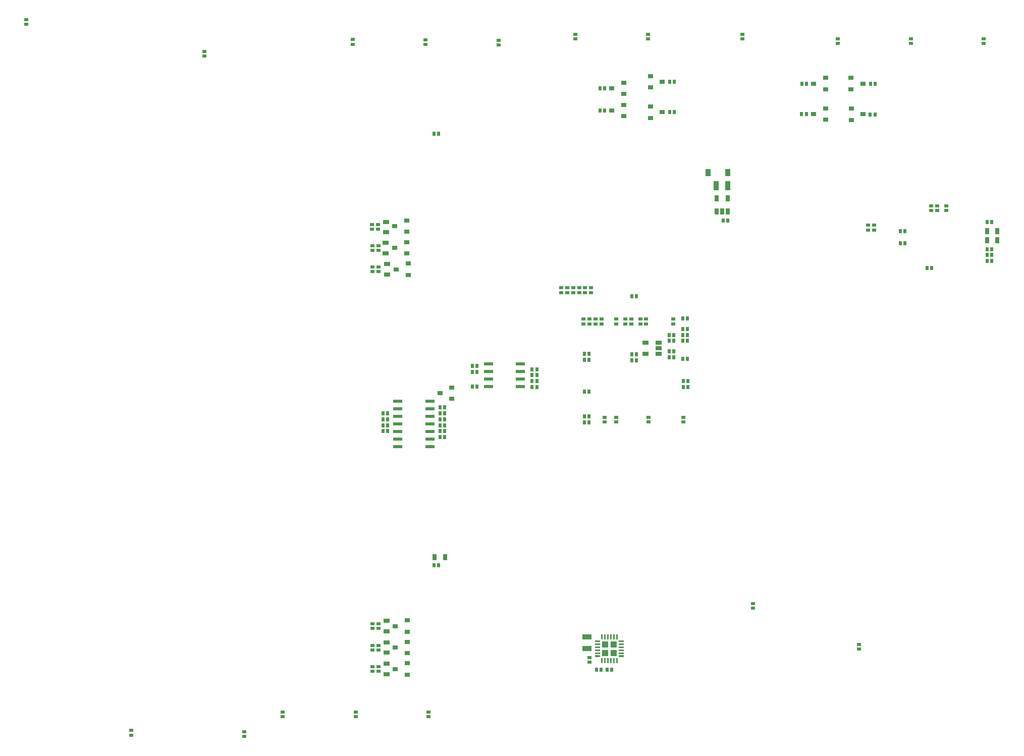
<source format=gbp>
G04 #@! TF.GenerationSoftware,KiCad,Pcbnew,(5.0.1-53-g1ecfe45ab)*
G04 #@! TF.CreationDate,2019-03-07T10:28:32+01:00*
G04 #@! TF.ProjectId,motordriver-2x,6d6f746f-7264-4726-9976-65722d32782e,Rev A*
G04 #@! TF.SameCoordinates,Original*
G04 #@! TF.FileFunction,Paste,Bot*
G04 #@! TF.FilePolarity,Positive*
%FSLAX46Y46*%
G04 Gerber Fmt 4.6, Leading zero omitted, Abs format (unit mm)*
G04 Created by KiCad (PCBNEW (5.0.1-53-g1ecfe45ab)) date Thu 07 Mar 2019 10:28:32 AM CET*
%MOMM*%
%LPD*%
G01*
G04 APERTURE LIST*
%ADD10R,1.100000X1.100000*%
%ADD11C,0.280000*%
%ADD12C,0.050000*%
%ADD13R,0.650000X0.575000*%
%ADD14R,0.575000X0.650000*%
%ADD15R,1.500000X0.970000*%
%ADD16R,0.900000X1.200000*%
%ADD17R,0.670000X1.000000*%
%ADD18R,1.000000X0.670000*%
%ADD19R,0.970000X1.500000*%
%ADD20R,1.500000X0.600000*%
%ADD21R,1.550000X0.600000*%
%ADD22R,0.900000X0.800000*%
%ADD23R,1.060000X0.650000*%
%ADD24R,0.650000X1.060000*%
G04 APERTURE END LIST*
D10*
G04 #@! TO.C,U21*
X160624247Y-133688323D03*
X162024247Y-133688323D03*
X162024247Y-135088323D03*
X160624247Y-135088323D03*
D11*
X159634247Y-135638323D03*
D12*
G36*
X159634247Y-135498323D02*
X159634247Y-135498492D01*
X159641116Y-135498492D01*
X159654789Y-135499838D01*
X159668264Y-135502519D01*
X159681412Y-135506507D01*
X159694105Y-135511764D01*
X159706221Y-135518241D01*
X159717645Y-135525874D01*
X159728265Y-135534590D01*
X159737980Y-135544305D01*
X159746696Y-135554925D01*
X159754329Y-135566349D01*
X159760806Y-135578465D01*
X159766063Y-135591158D01*
X159770051Y-135604306D01*
X159772732Y-135617781D01*
X159774078Y-135631454D01*
X159774078Y-135645192D01*
X159772732Y-135658865D01*
X159770051Y-135672340D01*
X159766063Y-135685488D01*
X159760806Y-135698181D01*
X159754329Y-135710297D01*
X159746696Y-135721721D01*
X159737980Y-135732341D01*
X159728265Y-135742056D01*
X159717645Y-135750772D01*
X159706221Y-135758405D01*
X159694105Y-135764882D01*
X159681412Y-135770139D01*
X159668264Y-135774127D01*
X159654789Y-135776808D01*
X159641116Y-135778154D01*
X159634247Y-135778154D01*
X159634247Y-135778323D01*
X158924247Y-135778323D01*
X158924247Y-135498323D01*
X159634247Y-135498323D01*
X159634247Y-135498323D01*
G37*
D11*
X159634247Y-135138323D03*
D12*
G36*
X159634247Y-134998323D02*
X159634247Y-134998492D01*
X159641116Y-134998492D01*
X159654789Y-134999838D01*
X159668264Y-135002519D01*
X159681412Y-135006507D01*
X159694105Y-135011764D01*
X159706221Y-135018241D01*
X159717645Y-135025874D01*
X159728265Y-135034590D01*
X159737980Y-135044305D01*
X159746696Y-135054925D01*
X159754329Y-135066349D01*
X159760806Y-135078465D01*
X159766063Y-135091158D01*
X159770051Y-135104306D01*
X159772732Y-135117781D01*
X159774078Y-135131454D01*
X159774078Y-135145192D01*
X159772732Y-135158865D01*
X159770051Y-135172340D01*
X159766063Y-135185488D01*
X159760806Y-135198181D01*
X159754329Y-135210297D01*
X159746696Y-135221721D01*
X159737980Y-135232341D01*
X159728265Y-135242056D01*
X159717645Y-135250772D01*
X159706221Y-135258405D01*
X159694105Y-135264882D01*
X159681412Y-135270139D01*
X159668264Y-135274127D01*
X159654789Y-135276808D01*
X159641116Y-135278154D01*
X159634247Y-135278154D01*
X159634247Y-135278323D01*
X158924247Y-135278323D01*
X158924247Y-134998323D01*
X159634247Y-134998323D01*
X159634247Y-134998323D01*
G37*
D11*
X159634247Y-134638323D03*
D12*
G36*
X159634247Y-134498323D02*
X159634247Y-134498492D01*
X159641116Y-134498492D01*
X159654789Y-134499838D01*
X159668264Y-134502519D01*
X159681412Y-134506507D01*
X159694105Y-134511764D01*
X159706221Y-134518241D01*
X159717645Y-134525874D01*
X159728265Y-134534590D01*
X159737980Y-134544305D01*
X159746696Y-134554925D01*
X159754329Y-134566349D01*
X159760806Y-134578465D01*
X159766063Y-134591158D01*
X159770051Y-134604306D01*
X159772732Y-134617781D01*
X159774078Y-134631454D01*
X159774078Y-134645192D01*
X159772732Y-134658865D01*
X159770051Y-134672340D01*
X159766063Y-134685488D01*
X159760806Y-134698181D01*
X159754329Y-134710297D01*
X159746696Y-134721721D01*
X159737980Y-134732341D01*
X159728265Y-134742056D01*
X159717645Y-134750772D01*
X159706221Y-134758405D01*
X159694105Y-134764882D01*
X159681412Y-134770139D01*
X159668264Y-134774127D01*
X159654789Y-134776808D01*
X159641116Y-134778154D01*
X159634247Y-134778154D01*
X159634247Y-134778323D01*
X158924247Y-134778323D01*
X158924247Y-134498323D01*
X159634247Y-134498323D01*
X159634247Y-134498323D01*
G37*
D11*
X159634247Y-134138323D03*
D12*
G36*
X159634247Y-133998323D02*
X159634247Y-133998492D01*
X159641116Y-133998492D01*
X159654789Y-133999838D01*
X159668264Y-134002519D01*
X159681412Y-134006507D01*
X159694105Y-134011764D01*
X159706221Y-134018241D01*
X159717645Y-134025874D01*
X159728265Y-134034590D01*
X159737980Y-134044305D01*
X159746696Y-134054925D01*
X159754329Y-134066349D01*
X159760806Y-134078465D01*
X159766063Y-134091158D01*
X159770051Y-134104306D01*
X159772732Y-134117781D01*
X159774078Y-134131454D01*
X159774078Y-134145192D01*
X159772732Y-134158865D01*
X159770051Y-134172340D01*
X159766063Y-134185488D01*
X159760806Y-134198181D01*
X159754329Y-134210297D01*
X159746696Y-134221721D01*
X159737980Y-134232341D01*
X159728265Y-134242056D01*
X159717645Y-134250772D01*
X159706221Y-134258405D01*
X159694105Y-134264882D01*
X159681412Y-134270139D01*
X159668264Y-134274127D01*
X159654789Y-134276808D01*
X159641116Y-134278154D01*
X159634247Y-134278154D01*
X159634247Y-134278323D01*
X158924247Y-134278323D01*
X158924247Y-133998323D01*
X159634247Y-133998323D01*
X159634247Y-133998323D01*
G37*
D11*
X159634247Y-133638323D03*
D12*
G36*
X159634247Y-133498323D02*
X159634247Y-133498492D01*
X159641116Y-133498492D01*
X159654789Y-133499838D01*
X159668264Y-133502519D01*
X159681412Y-133506507D01*
X159694105Y-133511764D01*
X159706221Y-133518241D01*
X159717645Y-133525874D01*
X159728265Y-133534590D01*
X159737980Y-133544305D01*
X159746696Y-133554925D01*
X159754329Y-133566349D01*
X159760806Y-133578465D01*
X159766063Y-133591158D01*
X159770051Y-133604306D01*
X159772732Y-133617781D01*
X159774078Y-133631454D01*
X159774078Y-133645192D01*
X159772732Y-133658865D01*
X159770051Y-133672340D01*
X159766063Y-133685488D01*
X159760806Y-133698181D01*
X159754329Y-133710297D01*
X159746696Y-133721721D01*
X159737980Y-133732341D01*
X159728265Y-133742056D01*
X159717645Y-133750772D01*
X159706221Y-133758405D01*
X159694105Y-133764882D01*
X159681412Y-133770139D01*
X159668264Y-133774127D01*
X159654789Y-133776808D01*
X159641116Y-133778154D01*
X159634247Y-133778154D01*
X159634247Y-133778323D01*
X158924247Y-133778323D01*
X158924247Y-133498323D01*
X159634247Y-133498323D01*
X159634247Y-133498323D01*
G37*
D11*
X159634247Y-133138323D03*
D12*
G36*
X159634247Y-132998323D02*
X159634247Y-132998492D01*
X159641116Y-132998492D01*
X159654789Y-132999838D01*
X159668264Y-133002519D01*
X159681412Y-133006507D01*
X159694105Y-133011764D01*
X159706221Y-133018241D01*
X159717645Y-133025874D01*
X159728265Y-133034590D01*
X159737980Y-133044305D01*
X159746696Y-133054925D01*
X159754329Y-133066349D01*
X159760806Y-133078465D01*
X159766063Y-133091158D01*
X159770051Y-133104306D01*
X159772732Y-133117781D01*
X159774078Y-133131454D01*
X159774078Y-133145192D01*
X159772732Y-133158865D01*
X159770051Y-133172340D01*
X159766063Y-133185488D01*
X159760806Y-133198181D01*
X159754329Y-133210297D01*
X159746696Y-133221721D01*
X159737980Y-133232341D01*
X159728265Y-133242056D01*
X159717645Y-133250772D01*
X159706221Y-133258405D01*
X159694105Y-133264882D01*
X159681412Y-133270139D01*
X159668264Y-133274127D01*
X159654789Y-133276808D01*
X159641116Y-133278154D01*
X159634247Y-133278154D01*
X159634247Y-133278323D01*
X158924247Y-133278323D01*
X158924247Y-132998323D01*
X159634247Y-132998323D01*
X159634247Y-132998323D01*
G37*
D11*
X160074247Y-132698323D03*
D12*
G36*
X160214247Y-132698323D02*
X160214078Y-132698323D01*
X160214078Y-132705192D01*
X160212732Y-132718865D01*
X160210051Y-132732340D01*
X160206063Y-132745488D01*
X160200806Y-132758181D01*
X160194329Y-132770297D01*
X160186696Y-132781721D01*
X160177980Y-132792341D01*
X160168265Y-132802056D01*
X160157645Y-132810772D01*
X160146221Y-132818405D01*
X160134105Y-132824882D01*
X160121412Y-132830139D01*
X160108264Y-132834127D01*
X160094789Y-132836808D01*
X160081116Y-132838154D01*
X160067378Y-132838154D01*
X160053705Y-132836808D01*
X160040230Y-132834127D01*
X160027082Y-132830139D01*
X160014389Y-132824882D01*
X160002273Y-132818405D01*
X159990849Y-132810772D01*
X159980229Y-132802056D01*
X159970514Y-132792341D01*
X159961798Y-132781721D01*
X159954165Y-132770297D01*
X159947688Y-132758181D01*
X159942431Y-132745488D01*
X159938443Y-132732340D01*
X159935762Y-132718865D01*
X159934416Y-132705192D01*
X159934416Y-132698323D01*
X159934247Y-132698323D01*
X159934247Y-131988323D01*
X160214247Y-131988323D01*
X160214247Y-132698323D01*
X160214247Y-132698323D01*
G37*
D11*
X160574247Y-132698323D03*
D12*
G36*
X160714247Y-132698323D02*
X160714078Y-132698323D01*
X160714078Y-132705192D01*
X160712732Y-132718865D01*
X160710051Y-132732340D01*
X160706063Y-132745488D01*
X160700806Y-132758181D01*
X160694329Y-132770297D01*
X160686696Y-132781721D01*
X160677980Y-132792341D01*
X160668265Y-132802056D01*
X160657645Y-132810772D01*
X160646221Y-132818405D01*
X160634105Y-132824882D01*
X160621412Y-132830139D01*
X160608264Y-132834127D01*
X160594789Y-132836808D01*
X160581116Y-132838154D01*
X160567378Y-132838154D01*
X160553705Y-132836808D01*
X160540230Y-132834127D01*
X160527082Y-132830139D01*
X160514389Y-132824882D01*
X160502273Y-132818405D01*
X160490849Y-132810772D01*
X160480229Y-132802056D01*
X160470514Y-132792341D01*
X160461798Y-132781721D01*
X160454165Y-132770297D01*
X160447688Y-132758181D01*
X160442431Y-132745488D01*
X160438443Y-132732340D01*
X160435762Y-132718865D01*
X160434416Y-132705192D01*
X160434416Y-132698323D01*
X160434247Y-132698323D01*
X160434247Y-131988323D01*
X160714247Y-131988323D01*
X160714247Y-132698323D01*
X160714247Y-132698323D01*
G37*
D11*
X161074247Y-132698323D03*
D12*
G36*
X161214247Y-132698323D02*
X161214078Y-132698323D01*
X161214078Y-132705192D01*
X161212732Y-132718865D01*
X161210051Y-132732340D01*
X161206063Y-132745488D01*
X161200806Y-132758181D01*
X161194329Y-132770297D01*
X161186696Y-132781721D01*
X161177980Y-132792341D01*
X161168265Y-132802056D01*
X161157645Y-132810772D01*
X161146221Y-132818405D01*
X161134105Y-132824882D01*
X161121412Y-132830139D01*
X161108264Y-132834127D01*
X161094789Y-132836808D01*
X161081116Y-132838154D01*
X161067378Y-132838154D01*
X161053705Y-132836808D01*
X161040230Y-132834127D01*
X161027082Y-132830139D01*
X161014389Y-132824882D01*
X161002273Y-132818405D01*
X160990849Y-132810772D01*
X160980229Y-132802056D01*
X160970514Y-132792341D01*
X160961798Y-132781721D01*
X160954165Y-132770297D01*
X160947688Y-132758181D01*
X160942431Y-132745488D01*
X160938443Y-132732340D01*
X160935762Y-132718865D01*
X160934416Y-132705192D01*
X160934416Y-132698323D01*
X160934247Y-132698323D01*
X160934247Y-131988323D01*
X161214247Y-131988323D01*
X161214247Y-132698323D01*
X161214247Y-132698323D01*
G37*
D11*
X161574247Y-132698323D03*
D12*
G36*
X161714247Y-132698323D02*
X161714078Y-132698323D01*
X161714078Y-132705192D01*
X161712732Y-132718865D01*
X161710051Y-132732340D01*
X161706063Y-132745488D01*
X161700806Y-132758181D01*
X161694329Y-132770297D01*
X161686696Y-132781721D01*
X161677980Y-132792341D01*
X161668265Y-132802056D01*
X161657645Y-132810772D01*
X161646221Y-132818405D01*
X161634105Y-132824882D01*
X161621412Y-132830139D01*
X161608264Y-132834127D01*
X161594789Y-132836808D01*
X161581116Y-132838154D01*
X161567378Y-132838154D01*
X161553705Y-132836808D01*
X161540230Y-132834127D01*
X161527082Y-132830139D01*
X161514389Y-132824882D01*
X161502273Y-132818405D01*
X161490849Y-132810772D01*
X161480229Y-132802056D01*
X161470514Y-132792341D01*
X161461798Y-132781721D01*
X161454165Y-132770297D01*
X161447688Y-132758181D01*
X161442431Y-132745488D01*
X161438443Y-132732340D01*
X161435762Y-132718865D01*
X161434416Y-132705192D01*
X161434416Y-132698323D01*
X161434247Y-132698323D01*
X161434247Y-131988323D01*
X161714247Y-131988323D01*
X161714247Y-132698323D01*
X161714247Y-132698323D01*
G37*
D11*
X162074247Y-132698323D03*
D12*
G36*
X162214247Y-132698323D02*
X162214078Y-132698323D01*
X162214078Y-132705192D01*
X162212732Y-132718865D01*
X162210051Y-132732340D01*
X162206063Y-132745488D01*
X162200806Y-132758181D01*
X162194329Y-132770297D01*
X162186696Y-132781721D01*
X162177980Y-132792341D01*
X162168265Y-132802056D01*
X162157645Y-132810772D01*
X162146221Y-132818405D01*
X162134105Y-132824882D01*
X162121412Y-132830139D01*
X162108264Y-132834127D01*
X162094789Y-132836808D01*
X162081116Y-132838154D01*
X162067378Y-132838154D01*
X162053705Y-132836808D01*
X162040230Y-132834127D01*
X162027082Y-132830139D01*
X162014389Y-132824882D01*
X162002273Y-132818405D01*
X161990849Y-132810772D01*
X161980229Y-132802056D01*
X161970514Y-132792341D01*
X161961798Y-132781721D01*
X161954165Y-132770297D01*
X161947688Y-132758181D01*
X161942431Y-132745488D01*
X161938443Y-132732340D01*
X161935762Y-132718865D01*
X161934416Y-132705192D01*
X161934416Y-132698323D01*
X161934247Y-132698323D01*
X161934247Y-131988323D01*
X162214247Y-131988323D01*
X162214247Y-132698323D01*
X162214247Y-132698323D01*
G37*
D11*
X162574247Y-132698323D03*
D12*
G36*
X162714247Y-132698323D02*
X162714078Y-132698323D01*
X162714078Y-132705192D01*
X162712732Y-132718865D01*
X162710051Y-132732340D01*
X162706063Y-132745488D01*
X162700806Y-132758181D01*
X162694329Y-132770297D01*
X162686696Y-132781721D01*
X162677980Y-132792341D01*
X162668265Y-132802056D01*
X162657645Y-132810772D01*
X162646221Y-132818405D01*
X162634105Y-132824882D01*
X162621412Y-132830139D01*
X162608264Y-132834127D01*
X162594789Y-132836808D01*
X162581116Y-132838154D01*
X162567378Y-132838154D01*
X162553705Y-132836808D01*
X162540230Y-132834127D01*
X162527082Y-132830139D01*
X162514389Y-132824882D01*
X162502273Y-132818405D01*
X162490849Y-132810772D01*
X162480229Y-132802056D01*
X162470514Y-132792341D01*
X162461798Y-132781721D01*
X162454165Y-132770297D01*
X162447688Y-132758181D01*
X162442431Y-132745488D01*
X162438443Y-132732340D01*
X162435762Y-132718865D01*
X162434416Y-132705192D01*
X162434416Y-132698323D01*
X162434247Y-132698323D01*
X162434247Y-131988323D01*
X162714247Y-131988323D01*
X162714247Y-132698323D01*
X162714247Y-132698323D01*
G37*
D11*
X163014247Y-133138323D03*
D12*
G36*
X163014247Y-133278323D02*
X163014247Y-133278154D01*
X163007378Y-133278154D01*
X162993705Y-133276808D01*
X162980230Y-133274127D01*
X162967082Y-133270139D01*
X162954389Y-133264882D01*
X162942273Y-133258405D01*
X162930849Y-133250772D01*
X162920229Y-133242056D01*
X162910514Y-133232341D01*
X162901798Y-133221721D01*
X162894165Y-133210297D01*
X162887688Y-133198181D01*
X162882431Y-133185488D01*
X162878443Y-133172340D01*
X162875762Y-133158865D01*
X162874416Y-133145192D01*
X162874416Y-133131454D01*
X162875762Y-133117781D01*
X162878443Y-133104306D01*
X162882431Y-133091158D01*
X162887688Y-133078465D01*
X162894165Y-133066349D01*
X162901798Y-133054925D01*
X162910514Y-133044305D01*
X162920229Y-133034590D01*
X162930849Y-133025874D01*
X162942273Y-133018241D01*
X162954389Y-133011764D01*
X162967082Y-133006507D01*
X162980230Y-133002519D01*
X162993705Y-132999838D01*
X163007378Y-132998492D01*
X163014247Y-132998492D01*
X163014247Y-132998323D01*
X163724247Y-132998323D01*
X163724247Y-133278323D01*
X163014247Y-133278323D01*
X163014247Y-133278323D01*
G37*
D11*
X163014247Y-133638323D03*
D12*
G36*
X163014247Y-133778323D02*
X163014247Y-133778154D01*
X163007378Y-133778154D01*
X162993705Y-133776808D01*
X162980230Y-133774127D01*
X162967082Y-133770139D01*
X162954389Y-133764882D01*
X162942273Y-133758405D01*
X162930849Y-133750772D01*
X162920229Y-133742056D01*
X162910514Y-133732341D01*
X162901798Y-133721721D01*
X162894165Y-133710297D01*
X162887688Y-133698181D01*
X162882431Y-133685488D01*
X162878443Y-133672340D01*
X162875762Y-133658865D01*
X162874416Y-133645192D01*
X162874416Y-133631454D01*
X162875762Y-133617781D01*
X162878443Y-133604306D01*
X162882431Y-133591158D01*
X162887688Y-133578465D01*
X162894165Y-133566349D01*
X162901798Y-133554925D01*
X162910514Y-133544305D01*
X162920229Y-133534590D01*
X162930849Y-133525874D01*
X162942273Y-133518241D01*
X162954389Y-133511764D01*
X162967082Y-133506507D01*
X162980230Y-133502519D01*
X162993705Y-133499838D01*
X163007378Y-133498492D01*
X163014247Y-133498492D01*
X163014247Y-133498323D01*
X163724247Y-133498323D01*
X163724247Y-133778323D01*
X163014247Y-133778323D01*
X163014247Y-133778323D01*
G37*
D11*
X163014247Y-134138323D03*
D12*
G36*
X163014247Y-134278323D02*
X163014247Y-134278154D01*
X163007378Y-134278154D01*
X162993705Y-134276808D01*
X162980230Y-134274127D01*
X162967082Y-134270139D01*
X162954389Y-134264882D01*
X162942273Y-134258405D01*
X162930849Y-134250772D01*
X162920229Y-134242056D01*
X162910514Y-134232341D01*
X162901798Y-134221721D01*
X162894165Y-134210297D01*
X162887688Y-134198181D01*
X162882431Y-134185488D01*
X162878443Y-134172340D01*
X162875762Y-134158865D01*
X162874416Y-134145192D01*
X162874416Y-134131454D01*
X162875762Y-134117781D01*
X162878443Y-134104306D01*
X162882431Y-134091158D01*
X162887688Y-134078465D01*
X162894165Y-134066349D01*
X162901798Y-134054925D01*
X162910514Y-134044305D01*
X162920229Y-134034590D01*
X162930849Y-134025874D01*
X162942273Y-134018241D01*
X162954389Y-134011764D01*
X162967082Y-134006507D01*
X162980230Y-134002519D01*
X162993705Y-133999838D01*
X163007378Y-133998492D01*
X163014247Y-133998492D01*
X163014247Y-133998323D01*
X163724247Y-133998323D01*
X163724247Y-134278323D01*
X163014247Y-134278323D01*
X163014247Y-134278323D01*
G37*
D11*
X163014247Y-134638323D03*
D12*
G36*
X163014247Y-134778323D02*
X163014247Y-134778154D01*
X163007378Y-134778154D01*
X162993705Y-134776808D01*
X162980230Y-134774127D01*
X162967082Y-134770139D01*
X162954389Y-134764882D01*
X162942273Y-134758405D01*
X162930849Y-134750772D01*
X162920229Y-134742056D01*
X162910514Y-134732341D01*
X162901798Y-134721721D01*
X162894165Y-134710297D01*
X162887688Y-134698181D01*
X162882431Y-134685488D01*
X162878443Y-134672340D01*
X162875762Y-134658865D01*
X162874416Y-134645192D01*
X162874416Y-134631454D01*
X162875762Y-134617781D01*
X162878443Y-134604306D01*
X162882431Y-134591158D01*
X162887688Y-134578465D01*
X162894165Y-134566349D01*
X162901798Y-134554925D01*
X162910514Y-134544305D01*
X162920229Y-134534590D01*
X162930849Y-134525874D01*
X162942273Y-134518241D01*
X162954389Y-134511764D01*
X162967082Y-134506507D01*
X162980230Y-134502519D01*
X162993705Y-134499838D01*
X163007378Y-134498492D01*
X163014247Y-134498492D01*
X163014247Y-134498323D01*
X163724247Y-134498323D01*
X163724247Y-134778323D01*
X163014247Y-134778323D01*
X163014247Y-134778323D01*
G37*
D11*
X163014247Y-135138323D03*
D12*
G36*
X163014247Y-135278323D02*
X163014247Y-135278154D01*
X163007378Y-135278154D01*
X162993705Y-135276808D01*
X162980230Y-135274127D01*
X162967082Y-135270139D01*
X162954389Y-135264882D01*
X162942273Y-135258405D01*
X162930849Y-135250772D01*
X162920229Y-135242056D01*
X162910514Y-135232341D01*
X162901798Y-135221721D01*
X162894165Y-135210297D01*
X162887688Y-135198181D01*
X162882431Y-135185488D01*
X162878443Y-135172340D01*
X162875762Y-135158865D01*
X162874416Y-135145192D01*
X162874416Y-135131454D01*
X162875762Y-135117781D01*
X162878443Y-135104306D01*
X162882431Y-135091158D01*
X162887688Y-135078465D01*
X162894165Y-135066349D01*
X162901798Y-135054925D01*
X162910514Y-135044305D01*
X162920229Y-135034590D01*
X162930849Y-135025874D01*
X162942273Y-135018241D01*
X162954389Y-135011764D01*
X162967082Y-135006507D01*
X162980230Y-135002519D01*
X162993705Y-134999838D01*
X163007378Y-134998492D01*
X163014247Y-134998492D01*
X163014247Y-134998323D01*
X163724247Y-134998323D01*
X163724247Y-135278323D01*
X163014247Y-135278323D01*
X163014247Y-135278323D01*
G37*
D11*
X163014247Y-135638323D03*
D12*
G36*
X163014247Y-135778323D02*
X163014247Y-135778154D01*
X163007378Y-135778154D01*
X162993705Y-135776808D01*
X162980230Y-135774127D01*
X162967082Y-135770139D01*
X162954389Y-135764882D01*
X162942273Y-135758405D01*
X162930849Y-135750772D01*
X162920229Y-135742056D01*
X162910514Y-135732341D01*
X162901798Y-135721721D01*
X162894165Y-135710297D01*
X162887688Y-135698181D01*
X162882431Y-135685488D01*
X162878443Y-135672340D01*
X162875762Y-135658865D01*
X162874416Y-135645192D01*
X162874416Y-135631454D01*
X162875762Y-135617781D01*
X162878443Y-135604306D01*
X162882431Y-135591158D01*
X162887688Y-135578465D01*
X162894165Y-135566349D01*
X162901798Y-135554925D01*
X162910514Y-135544305D01*
X162920229Y-135534590D01*
X162930849Y-135525874D01*
X162942273Y-135518241D01*
X162954389Y-135511764D01*
X162967082Y-135506507D01*
X162980230Y-135502519D01*
X162993705Y-135499838D01*
X163007378Y-135498492D01*
X163014247Y-135498492D01*
X163014247Y-135498323D01*
X163724247Y-135498323D01*
X163724247Y-135778323D01*
X163014247Y-135778323D01*
X163014247Y-135778323D01*
G37*
D11*
X162574247Y-136078323D03*
D12*
G36*
X162434247Y-136078323D02*
X162434416Y-136078323D01*
X162434416Y-136071454D01*
X162435762Y-136057781D01*
X162438443Y-136044306D01*
X162442431Y-136031158D01*
X162447688Y-136018465D01*
X162454165Y-136006349D01*
X162461798Y-135994925D01*
X162470514Y-135984305D01*
X162480229Y-135974590D01*
X162490849Y-135965874D01*
X162502273Y-135958241D01*
X162514389Y-135951764D01*
X162527082Y-135946507D01*
X162540230Y-135942519D01*
X162553705Y-135939838D01*
X162567378Y-135938492D01*
X162581116Y-135938492D01*
X162594789Y-135939838D01*
X162608264Y-135942519D01*
X162621412Y-135946507D01*
X162634105Y-135951764D01*
X162646221Y-135958241D01*
X162657645Y-135965874D01*
X162668265Y-135974590D01*
X162677980Y-135984305D01*
X162686696Y-135994925D01*
X162694329Y-136006349D01*
X162700806Y-136018465D01*
X162706063Y-136031158D01*
X162710051Y-136044306D01*
X162712732Y-136057781D01*
X162714078Y-136071454D01*
X162714078Y-136078323D01*
X162714247Y-136078323D01*
X162714247Y-136788323D01*
X162434247Y-136788323D01*
X162434247Y-136078323D01*
X162434247Y-136078323D01*
G37*
D11*
X162074247Y-136078323D03*
D12*
G36*
X161934247Y-136078323D02*
X161934416Y-136078323D01*
X161934416Y-136071454D01*
X161935762Y-136057781D01*
X161938443Y-136044306D01*
X161942431Y-136031158D01*
X161947688Y-136018465D01*
X161954165Y-136006349D01*
X161961798Y-135994925D01*
X161970514Y-135984305D01*
X161980229Y-135974590D01*
X161990849Y-135965874D01*
X162002273Y-135958241D01*
X162014389Y-135951764D01*
X162027082Y-135946507D01*
X162040230Y-135942519D01*
X162053705Y-135939838D01*
X162067378Y-135938492D01*
X162081116Y-135938492D01*
X162094789Y-135939838D01*
X162108264Y-135942519D01*
X162121412Y-135946507D01*
X162134105Y-135951764D01*
X162146221Y-135958241D01*
X162157645Y-135965874D01*
X162168265Y-135974590D01*
X162177980Y-135984305D01*
X162186696Y-135994925D01*
X162194329Y-136006349D01*
X162200806Y-136018465D01*
X162206063Y-136031158D01*
X162210051Y-136044306D01*
X162212732Y-136057781D01*
X162214078Y-136071454D01*
X162214078Y-136078323D01*
X162214247Y-136078323D01*
X162214247Y-136788323D01*
X161934247Y-136788323D01*
X161934247Y-136078323D01*
X161934247Y-136078323D01*
G37*
D11*
X161574247Y-136078323D03*
D12*
G36*
X161434247Y-136078323D02*
X161434416Y-136078323D01*
X161434416Y-136071454D01*
X161435762Y-136057781D01*
X161438443Y-136044306D01*
X161442431Y-136031158D01*
X161447688Y-136018465D01*
X161454165Y-136006349D01*
X161461798Y-135994925D01*
X161470514Y-135984305D01*
X161480229Y-135974590D01*
X161490849Y-135965874D01*
X161502273Y-135958241D01*
X161514389Y-135951764D01*
X161527082Y-135946507D01*
X161540230Y-135942519D01*
X161553705Y-135939838D01*
X161567378Y-135938492D01*
X161581116Y-135938492D01*
X161594789Y-135939838D01*
X161608264Y-135942519D01*
X161621412Y-135946507D01*
X161634105Y-135951764D01*
X161646221Y-135958241D01*
X161657645Y-135965874D01*
X161668265Y-135974590D01*
X161677980Y-135984305D01*
X161686696Y-135994925D01*
X161694329Y-136006349D01*
X161700806Y-136018465D01*
X161706063Y-136031158D01*
X161710051Y-136044306D01*
X161712732Y-136057781D01*
X161714078Y-136071454D01*
X161714078Y-136078323D01*
X161714247Y-136078323D01*
X161714247Y-136788323D01*
X161434247Y-136788323D01*
X161434247Y-136078323D01*
X161434247Y-136078323D01*
G37*
D11*
X161074247Y-136078323D03*
D12*
G36*
X160934247Y-136078323D02*
X160934416Y-136078323D01*
X160934416Y-136071454D01*
X160935762Y-136057781D01*
X160938443Y-136044306D01*
X160942431Y-136031158D01*
X160947688Y-136018465D01*
X160954165Y-136006349D01*
X160961798Y-135994925D01*
X160970514Y-135984305D01*
X160980229Y-135974590D01*
X160990849Y-135965874D01*
X161002273Y-135958241D01*
X161014389Y-135951764D01*
X161027082Y-135946507D01*
X161040230Y-135942519D01*
X161053705Y-135939838D01*
X161067378Y-135938492D01*
X161081116Y-135938492D01*
X161094789Y-135939838D01*
X161108264Y-135942519D01*
X161121412Y-135946507D01*
X161134105Y-135951764D01*
X161146221Y-135958241D01*
X161157645Y-135965874D01*
X161168265Y-135974590D01*
X161177980Y-135984305D01*
X161186696Y-135994925D01*
X161194329Y-136006349D01*
X161200806Y-136018465D01*
X161206063Y-136031158D01*
X161210051Y-136044306D01*
X161212732Y-136057781D01*
X161214078Y-136071454D01*
X161214078Y-136078323D01*
X161214247Y-136078323D01*
X161214247Y-136788323D01*
X160934247Y-136788323D01*
X160934247Y-136078323D01*
X160934247Y-136078323D01*
G37*
D11*
X160574247Y-136078323D03*
D12*
G36*
X160434247Y-136078323D02*
X160434416Y-136078323D01*
X160434416Y-136071454D01*
X160435762Y-136057781D01*
X160438443Y-136044306D01*
X160442431Y-136031158D01*
X160447688Y-136018465D01*
X160454165Y-136006349D01*
X160461798Y-135994925D01*
X160470514Y-135984305D01*
X160480229Y-135974590D01*
X160490849Y-135965874D01*
X160502273Y-135958241D01*
X160514389Y-135951764D01*
X160527082Y-135946507D01*
X160540230Y-135942519D01*
X160553705Y-135939838D01*
X160567378Y-135938492D01*
X160581116Y-135938492D01*
X160594789Y-135939838D01*
X160608264Y-135942519D01*
X160621412Y-135946507D01*
X160634105Y-135951764D01*
X160646221Y-135958241D01*
X160657645Y-135965874D01*
X160668265Y-135974590D01*
X160677980Y-135984305D01*
X160686696Y-135994925D01*
X160694329Y-136006349D01*
X160700806Y-136018465D01*
X160706063Y-136031158D01*
X160710051Y-136044306D01*
X160712732Y-136057781D01*
X160714078Y-136071454D01*
X160714078Y-136078323D01*
X160714247Y-136078323D01*
X160714247Y-136788323D01*
X160434247Y-136788323D01*
X160434247Y-136078323D01*
X160434247Y-136078323D01*
G37*
D11*
X160074247Y-136078323D03*
D12*
G36*
X159934247Y-136078323D02*
X159934416Y-136078323D01*
X159934416Y-136071454D01*
X159935762Y-136057781D01*
X159938443Y-136044306D01*
X159942431Y-136031158D01*
X159947688Y-136018465D01*
X159954165Y-136006349D01*
X159961798Y-135994925D01*
X159970514Y-135984305D01*
X159980229Y-135974590D01*
X159990849Y-135965874D01*
X160002273Y-135958241D01*
X160014389Y-135951764D01*
X160027082Y-135946507D01*
X160040230Y-135942519D01*
X160053705Y-135939838D01*
X160067378Y-135938492D01*
X160081116Y-135938492D01*
X160094789Y-135939838D01*
X160108264Y-135942519D01*
X160121412Y-135946507D01*
X160134105Y-135951764D01*
X160146221Y-135958241D01*
X160157645Y-135965874D01*
X160168265Y-135974590D01*
X160177980Y-135984305D01*
X160186696Y-135994925D01*
X160194329Y-136006349D01*
X160200806Y-136018465D01*
X160206063Y-136031158D01*
X160210051Y-136044306D01*
X160212732Y-136057781D01*
X160214078Y-136071454D01*
X160214078Y-136078323D01*
X160214247Y-136078323D01*
X160214247Y-136788323D01*
X159934247Y-136788323D01*
X159934247Y-136078323D01*
X159934247Y-136078323D01*
G37*
G04 #@! TD*
D13*
G04 #@! TO.C,R239*
X205750000Y-64137500D03*
X205750000Y-63362500D03*
G04 #@! TD*
G04 #@! TO.C,R240*
X204750000Y-63362500D03*
X204750000Y-64137500D03*
G04 #@! TD*
D14*
G04 #@! TO.C,R233*
X138312500Y-90450000D03*
X139087500Y-90450000D03*
G04 #@! TD*
G04 #@! TO.C,R232*
X139087500Y-86950000D03*
X138312500Y-86950000D03*
G04 #@! TD*
G04 #@! TO.C,R235*
X148362500Y-90500000D03*
X149137500Y-90500000D03*
G04 #@! TD*
G04 #@! TO.C,R234*
X148362500Y-87500000D03*
X149137500Y-87500000D03*
G04 #@! TD*
D13*
G04 #@! TO.C,C147*
X100100000Y-149087500D03*
X100100000Y-148312500D03*
G04 #@! TD*
G04 #@! TO.C,C148*
X93400000Y-34987500D03*
X93400000Y-34212500D03*
G04 #@! TD*
G04 #@! TO.C,C151*
X217800000Y-60112500D03*
X217800000Y-60887500D03*
G04 #@! TD*
D14*
G04 #@! TO.C,C63*
X133687500Y-95900000D03*
X132912500Y-95900000D03*
G04 #@! TD*
G04 #@! TO.C,C83*
X132637500Y-48000000D03*
X131862500Y-48000000D03*
G04 #@! TD*
G04 #@! TO.C,C86*
X224662500Y-67350000D03*
X225437500Y-67350000D03*
G04 #@! TD*
G04 #@! TO.C,C119*
X225437500Y-62850000D03*
X224662500Y-62850000D03*
G04 #@! TD*
G04 #@! TO.C,C118*
X210112500Y-66400000D03*
X210887500Y-66400000D03*
G04 #@! TD*
G04 #@! TO.C,C117*
X224662500Y-69350000D03*
X225437500Y-69350000D03*
G04 #@! TD*
D13*
G04 #@! TO.C,C164*
X199600000Y-32887500D03*
X199600000Y-32112500D03*
G04 #@! TD*
G04 #@! TO.C,C163*
X167800000Y-31312500D03*
X167800000Y-32087500D03*
G04 #@! TD*
G04 #@! TO.C,C162*
X155600000Y-31312500D03*
X155600000Y-32087500D03*
G04 #@! TD*
G04 #@! TO.C,C161*
X224100000Y-32887500D03*
X224100000Y-32112500D03*
G04 #@! TD*
G04 #@! TO.C,C160*
X211900000Y-32887500D03*
X211900000Y-32112500D03*
G04 #@! TD*
G04 #@! TO.C,C159*
X183600000Y-31312500D03*
X183600000Y-32087500D03*
G04 #@! TD*
D14*
G04 #@! TO.C,C114*
X214612500Y-70500000D03*
X215387500Y-70500000D03*
G04 #@! TD*
G04 #@! TO.C,C170*
X180434447Y-62558511D03*
X181209447Y-62558511D03*
G04 #@! TD*
G04 #@! TO.C,C95*
X210112500Y-64350000D03*
X210887500Y-64350000D03*
G04 #@! TD*
D15*
G04 #@! TO.C,C49*
X157574247Y-132433323D03*
X157574247Y-134343323D03*
G04 #@! TD*
D16*
G04 #@! TO.C,D32*
X177850000Y-54500000D03*
X181150000Y-54500000D03*
G04 #@! TD*
D14*
G04 #@! TO.C,R208*
X124087500Y-94900000D03*
X123312500Y-94900000D03*
G04 #@! TD*
G04 #@! TO.C,R207*
X123312500Y-95900000D03*
X124087500Y-95900000D03*
G04 #@! TD*
G04 #@! TO.C,R206*
X124087500Y-97900000D03*
X123312500Y-97900000D03*
G04 #@! TD*
G04 #@! TO.C,R205*
X123312500Y-96900000D03*
X124087500Y-96900000D03*
G04 #@! TD*
G04 #@! TO.C,R204*
X132912500Y-98900000D03*
X133687500Y-98900000D03*
G04 #@! TD*
G04 #@! TO.C,R203*
X133687500Y-97900000D03*
X132912500Y-97900000D03*
G04 #@! TD*
G04 #@! TO.C,C157*
X165112500Y-75250000D03*
X165887500Y-75250000D03*
G04 #@! TD*
D13*
G04 #@! TO.C,C156*
X167500000Y-79112500D03*
X167500000Y-79887500D03*
G04 #@! TD*
D14*
G04 #@! TO.C,C85*
X132687500Y-120400000D03*
X131912500Y-120400000D03*
G04 #@! TD*
D13*
G04 #@! TO.C,C53*
X158000000Y-136637500D03*
X158000000Y-135862500D03*
G04 #@! TD*
G04 #@! TO.C,C80*
X131000000Y-145787500D03*
X131000000Y-145012500D03*
G04 #@! TD*
G04 #@! TO.C,C32*
X159000000Y-79887500D03*
X159000000Y-79112500D03*
G04 #@! TD*
D14*
G04 #@! TO.C,C29*
X157887500Y-96400000D03*
X157112500Y-96400000D03*
G04 #@! TD*
D13*
G04 #@! TO.C,C3*
X172000000Y-79887500D03*
X172000000Y-79112500D03*
G04 #@! TD*
G04 #@! TO.C,C37*
X185430793Y-126814350D03*
X185430793Y-127589350D03*
G04 #@! TD*
D14*
G04 #@! TO.C,C39*
X173712500Y-90500000D03*
X174487500Y-90500000D03*
G04 #@! TD*
D13*
G04 #@! TO.C,C40*
X160000000Y-79887500D03*
X160000000Y-79112500D03*
G04 #@! TD*
G04 #@! TO.C,C35*
X166500000Y-79887500D03*
X166500000Y-79112500D03*
G04 #@! TD*
G04 #@! TO.C,C41*
X157000000Y-79112500D03*
X157000000Y-79887500D03*
G04 #@! TD*
G04 #@! TO.C,C42*
X167900000Y-95612500D03*
X167900000Y-96387500D03*
G04 #@! TD*
D14*
G04 #@! TO.C,C43*
X157887500Y-85900000D03*
X157112500Y-85900000D03*
G04 #@! TD*
G04 #@! TO.C,C34*
X173612500Y-79000000D03*
X174387500Y-79000000D03*
G04 #@! TD*
D13*
G04 #@! TO.C,C44*
X162500000Y-95612500D03*
X162500000Y-96387500D03*
G04 #@! TD*
G04 #@! TO.C,C6*
X173700000Y-95612500D03*
X173700000Y-96387500D03*
G04 #@! TD*
D14*
G04 #@! TO.C,C47*
X157887500Y-91300000D03*
X157112500Y-91300000D03*
G04 #@! TD*
G04 #@! TO.C,C48*
X173612500Y-85750000D03*
X174387500Y-85750000D03*
G04 #@! TD*
G04 #@! TO.C,C5*
X157887500Y-95400000D03*
X157112500Y-95400000D03*
G04 #@! TD*
D13*
G04 #@! TO.C,C50*
X158000000Y-79887500D03*
X158000000Y-79112500D03*
G04 #@! TD*
G04 #@! TO.C,C4*
X162500000Y-79887500D03*
X162500000Y-79112500D03*
G04 #@! TD*
G04 #@! TO.C,C76*
X142750000Y-32362500D03*
X142750000Y-33137500D03*
G04 #@! TD*
D14*
G04 #@! TO.C,C56*
X159186747Y-137888323D03*
X159961747Y-137888323D03*
G04 #@! TD*
G04 #@! TO.C,C70*
X132912500Y-96900000D03*
X133687500Y-96900000D03*
G04 #@! TD*
D13*
G04 #@! TO.C,C73*
X63500000Y-29637500D03*
X63500000Y-28862500D03*
G04 #@! TD*
G04 #@! TO.C,C74*
X118300000Y-32975000D03*
X118300000Y-32200000D03*
G04 #@! TD*
G04 #@! TO.C,C75*
X130500000Y-32987500D03*
X130500000Y-32212500D03*
G04 #@! TD*
G04 #@! TO.C,C77*
X118800000Y-145787500D03*
X118800000Y-145012500D03*
G04 #@! TD*
G04 #@! TO.C,C78*
X106500000Y-145787500D03*
X106500000Y-145012500D03*
G04 #@! TD*
G04 #@! TO.C,C79*
X81100000Y-148112500D03*
X81100000Y-148887500D03*
G04 #@! TD*
D14*
G04 #@! TO.C,C81*
X138312500Y-87950000D03*
X139087500Y-87950000D03*
G04 #@! TD*
G04 #@! TO.C,C57*
X161711747Y-137888323D03*
X160936747Y-137888323D03*
G04 #@! TD*
D17*
G04 #@! TO.C,C90*
X132025000Y-119000000D03*
X133775000Y-119000000D03*
G04 #@! TD*
D18*
G04 #@! TO.C,C123*
X123823227Y-62779860D03*
X123823227Y-64529860D03*
G04 #@! TD*
G04 #@! TO.C,C124*
X123900000Y-129725000D03*
X123900000Y-131475000D03*
G04 #@! TD*
G04 #@! TO.C,C150*
X123900000Y-136925000D03*
X123900000Y-138675000D03*
G04 #@! TD*
G04 #@! TO.C,C149*
X124058313Y-69877770D03*
X124058313Y-71627770D03*
G04 #@! TD*
G04 #@! TO.C,C145*
X123808313Y-66277770D03*
X123808313Y-68027770D03*
G04 #@! TD*
G04 #@! TO.C,C146*
X123900000Y-133325000D03*
X123900000Y-135075000D03*
G04 #@! TD*
D19*
G04 #@! TO.C,C54*
X179266947Y-56758511D03*
X181176947Y-56758511D03*
G04 #@! TD*
D17*
G04 #@! TO.C,FB2*
X226425000Y-65850000D03*
X224675000Y-65850000D03*
G04 #@! TD*
G04 #@! TO.C,FB3*
X226425000Y-64350000D03*
X224675000Y-64350000D03*
G04 #@! TD*
D20*
G04 #@! TO.C,U26*
X125800000Y-92890000D03*
X125800000Y-94160000D03*
X125800000Y-95430000D03*
X125800000Y-96700000D03*
X125800000Y-97970000D03*
X125800000Y-99240000D03*
X125800000Y-100510000D03*
X131200000Y-100510000D03*
X131200000Y-99240000D03*
X131200000Y-97970000D03*
X131200000Y-96700000D03*
X131200000Y-95430000D03*
X131200000Y-94160000D03*
X131200000Y-92890000D03*
G04 #@! TD*
D21*
G04 #@! TO.C,U25*
X141000000Y-86645000D03*
X141000000Y-87915000D03*
X141000000Y-89185000D03*
X141000000Y-90455000D03*
X146400000Y-90455000D03*
X146400000Y-89185000D03*
X146400000Y-87915000D03*
X146400000Y-86645000D03*
G04 #@! TD*
D22*
G04 #@! TO.C,D2*
X170207757Y-39288795D03*
X168207757Y-38338795D03*
X168207757Y-40238795D03*
G04 #@! TD*
G04 #@! TO.C,D20*
X125400000Y-130600000D03*
X127400000Y-131550000D03*
X127400000Y-129650000D03*
G04 #@! TD*
G04 #@! TO.C,D19*
X125323227Y-63500000D03*
X127323227Y-64450000D03*
X127323227Y-62550000D03*
G04 #@! TD*
G04 #@! TO.C,D6*
X161707757Y-44088795D03*
X163707757Y-45038795D03*
X163707757Y-43138795D03*
G04 #@! TD*
G04 #@! TO.C,D7*
X203878079Y-44738795D03*
X201878079Y-43788795D03*
X201878079Y-45688795D03*
G04 #@! TD*
G04 #@! TO.C,D8*
X203857757Y-39588795D03*
X201857757Y-38638795D03*
X201857757Y-40538795D03*
G04 #@! TD*
G04 #@! TO.C,D5*
X161707757Y-40388795D03*
X163707757Y-41338795D03*
X163707757Y-39438795D03*
G04 #@! TD*
G04 #@! TO.C,D4*
X195557757Y-44688795D03*
X197557757Y-45638795D03*
X197557757Y-43738795D03*
G04 #@! TD*
G04 #@! TO.C,D1*
X170207757Y-44388795D03*
X168207757Y-43438795D03*
X168207757Y-45338795D03*
G04 #@! TD*
G04 #@! TO.C,D3*
X195557757Y-39588795D03*
X197557757Y-40538795D03*
X197557757Y-38638795D03*
G04 #@! TD*
G04 #@! TO.C,D17*
X132900000Y-91500000D03*
X134900000Y-92450000D03*
X134900000Y-90550000D03*
G04 #@! TD*
G04 #@! TO.C,D21*
X125308313Y-67152770D03*
X127308313Y-68102770D03*
X127308313Y-66202770D03*
G04 #@! TD*
G04 #@! TO.C,D22*
X125400000Y-134200000D03*
X127400000Y-135150000D03*
X127400000Y-133250000D03*
G04 #@! TD*
G04 #@! TO.C,D25*
X125558313Y-70752770D03*
X127558313Y-71702770D03*
X127558313Y-69802770D03*
G04 #@! TD*
G04 #@! TO.C,D26*
X125400000Y-137800000D03*
X127400000Y-138750000D03*
X127400000Y-136850000D03*
G04 #@! TD*
D23*
G04 #@! TO.C,D24*
X167400000Y-83050000D03*
X167400000Y-84950000D03*
X169600000Y-84950000D03*
X169600000Y-84000000D03*
X169600000Y-83050000D03*
G04 #@! TD*
D24*
G04 #@! TO.C,U20*
X181171947Y-58858511D03*
X179271947Y-58858511D03*
X179271947Y-61058511D03*
X180221947Y-61058511D03*
X181171947Y-61058511D03*
G04 #@! TD*
D13*
G04 #@! TO.C,R108*
X215300000Y-60887500D03*
X215300000Y-60112500D03*
G04 #@! TD*
D14*
G04 #@! TO.C,R1*
X174387500Y-81750000D03*
X173612500Y-81750000D03*
G04 #@! TD*
G04 #@! TO.C,R2*
X172237500Y-44400000D03*
X171462500Y-44400000D03*
G04 #@! TD*
G04 #@! TO.C,R4*
X193612500Y-39588795D03*
X194387500Y-39588795D03*
G04 #@! TD*
D13*
G04 #@! TO.C,R190*
X121558313Y-71090270D03*
X121558313Y-70315270D03*
G04 #@! TD*
G04 #@! TO.C,R184*
X156250000Y-74637500D03*
X156250000Y-73862500D03*
G04 #@! TD*
G04 #@! TO.C,R185*
X154250000Y-74637500D03*
X154250000Y-73862500D03*
G04 #@! TD*
D14*
G04 #@! TO.C,R186*
X172137500Y-82750000D03*
X171362500Y-82750000D03*
G04 #@! TD*
G04 #@! TO.C,R187*
X172137500Y-85500000D03*
X171362500Y-85500000D03*
G04 #@! TD*
G04 #@! TO.C,R188*
X165092500Y-86040000D03*
X165867500Y-86040000D03*
G04 #@! TD*
D13*
G04 #@! TO.C,R189*
X122558313Y-71090270D03*
X122558313Y-70315270D03*
G04 #@! TD*
G04 #@! TO.C,R183*
X158250000Y-74637500D03*
X158250000Y-73862500D03*
G04 #@! TD*
G04 #@! TO.C,R120*
X121600000Y-130987500D03*
X121600000Y-130212500D03*
G04 #@! TD*
D14*
G04 #@! TO.C,R36*
X173612500Y-82750000D03*
X174387500Y-82750000D03*
G04 #@! TD*
G04 #@! TO.C,R43*
X148362500Y-88500000D03*
X149137500Y-88500000D03*
G04 #@! TD*
G04 #@! TO.C,R5*
X193570257Y-44688795D03*
X194345257Y-44688795D03*
G04 #@! TD*
G04 #@! TO.C,R6*
X159720257Y-40388795D03*
X160495257Y-40388795D03*
G04 #@! TD*
G04 #@! TO.C,R7*
X159712500Y-44100000D03*
X160487500Y-44100000D03*
G04 #@! TD*
G04 #@! TO.C,R8*
X205865579Y-44788795D03*
X205090579Y-44788795D03*
G04 #@! TD*
G04 #@! TO.C,R9*
X205882757Y-39588795D03*
X205107757Y-39588795D03*
G04 #@! TD*
G04 #@! TO.C,R3*
X172187500Y-39300000D03*
X171412500Y-39300000D03*
G04 #@! TD*
D13*
G04 #@! TO.C,R110*
X216300000Y-60887500D03*
X216300000Y-60112500D03*
G04 #@! TD*
G04 #@! TO.C,R50*
X203180793Y-134451850D03*
X203180793Y-133676850D03*
G04 #@! TD*
D14*
G04 #@! TO.C,R44*
X148362500Y-89500000D03*
X149137500Y-89500000D03*
G04 #@! TD*
G04 #@! TO.C,R45*
X173612500Y-80750000D03*
X174387500Y-80750000D03*
G04 #@! TD*
G04 #@! TO.C,R68*
X132912500Y-94900000D03*
X133687500Y-94900000D03*
G04 #@! TD*
G04 #@! TO.C,R69*
X132912500Y-93900000D03*
X133687500Y-93900000D03*
G04 #@! TD*
D13*
G04 #@! TO.C,R117*
X122523227Y-63992360D03*
X122523227Y-63217360D03*
G04 #@! TD*
G04 #@! TO.C,R118*
X121523227Y-63992360D03*
X121523227Y-63217360D03*
G04 #@! TD*
G04 #@! TO.C,R119*
X122600000Y-130987500D03*
X122600000Y-130212500D03*
G04 #@! TD*
G04 #@! TO.C,R157*
X121558313Y-67540270D03*
X121558313Y-66765270D03*
G04 #@! TD*
G04 #@! TO.C,R159*
X121600000Y-134587500D03*
X121600000Y-133812500D03*
G04 #@! TD*
G04 #@! TO.C,R156*
X122558313Y-67540270D03*
X122558313Y-66765270D03*
G04 #@! TD*
G04 #@! TO.C,R158*
X122600000Y-134587500D03*
X122600000Y-133812500D03*
G04 #@! TD*
D14*
G04 #@! TO.C,R87*
X173712500Y-89500000D03*
X174487500Y-89500000D03*
G04 #@! TD*
D13*
G04 #@! TO.C,R85*
X160500000Y-95612500D03*
X160500000Y-96387500D03*
G04 #@! TD*
G04 #@! TO.C,R163*
X157250000Y-74637500D03*
X157250000Y-73862500D03*
G04 #@! TD*
D14*
G04 #@! TO.C,R60*
X157887500Y-84900000D03*
X157112500Y-84900000D03*
G04 #@! TD*
D13*
G04 #@! TO.C,R165*
X153250000Y-74637500D03*
X153250000Y-73862500D03*
G04 #@! TD*
D14*
G04 #@! TO.C,R166*
X172137500Y-81750000D03*
X171362500Y-81750000D03*
G04 #@! TD*
D13*
G04 #@! TO.C,R167*
X155250000Y-74637500D03*
X155250000Y-73862500D03*
G04 #@! TD*
D14*
G04 #@! TO.C,R168*
X165092500Y-85040000D03*
X165867500Y-85040000D03*
G04 #@! TD*
D13*
G04 #@! TO.C,R191*
X121565001Y-138187500D03*
X121565001Y-137412500D03*
G04 #@! TD*
G04 #@! TO.C,R192*
X122600000Y-138187500D03*
X122600000Y-137412500D03*
G04 #@! TD*
D14*
G04 #@! TO.C,R164*
X172137500Y-84500000D03*
X171362500Y-84500000D03*
G04 #@! TD*
D13*
G04 #@! TO.C,R84*
X165000000Y-79887500D03*
X165000000Y-79112500D03*
G04 #@! TD*
G04 #@! TO.C,R86*
X164000000Y-79887500D03*
X164000000Y-79112500D03*
G04 #@! TD*
D14*
G04 #@! TO.C,R77*
X225437500Y-68350000D03*
X224662500Y-68350000D03*
G04 #@! TD*
M02*

</source>
